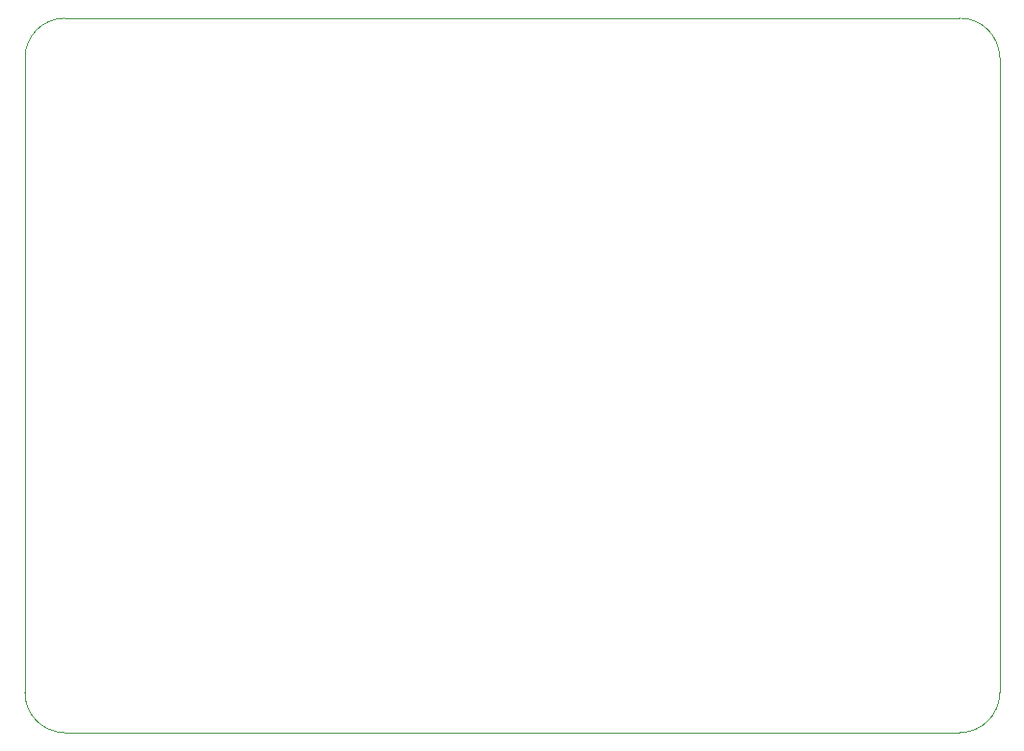
<source format=gbr>
%TF.GenerationSoftware,KiCad,Pcbnew,(6.0.5)*%
%TF.CreationDate,2023-01-28T00:33:00+00:00*%
%TF.ProjectId,Drivebase Board,44726976-6562-4617-9365-20426f617264,rev?*%
%TF.SameCoordinates,Original*%
%TF.FileFunction,Profile,NP*%
%FSLAX46Y46*%
G04 Gerber Fmt 4.6, Leading zero omitted, Abs format (unit mm)*
G04 Created by KiCad (PCBNEW (6.0.5)) date 2023-01-28 00:33:00*
%MOMM*%
%LPD*%
G01*
G04 APERTURE LIST*
%TA.AperFunction,Profile*%
%ADD10C,0.100000*%
%TD*%
G04 APERTURE END LIST*
D10*
X184400000Y-74212500D02*
X184400000Y-130112500D01*
X102150000Y-70712500D02*
G75*
G03*
X98650000Y-74212500I0J-3500000D01*
G01*
X184400000Y-74212500D02*
G75*
G03*
X180900000Y-70712500I-3500000J0D01*
G01*
X180900000Y-133612500D02*
X102150000Y-133612500D01*
X180900000Y-133612500D02*
G75*
G03*
X184400000Y-130112500I0J3500000D01*
G01*
X98650000Y-130112500D02*
G75*
G03*
X102150000Y-133612500I3500000J0D01*
G01*
X102150000Y-70712500D02*
X180900000Y-70712500D01*
X98650000Y-130112500D02*
X98650000Y-74212500D01*
M02*

</source>
